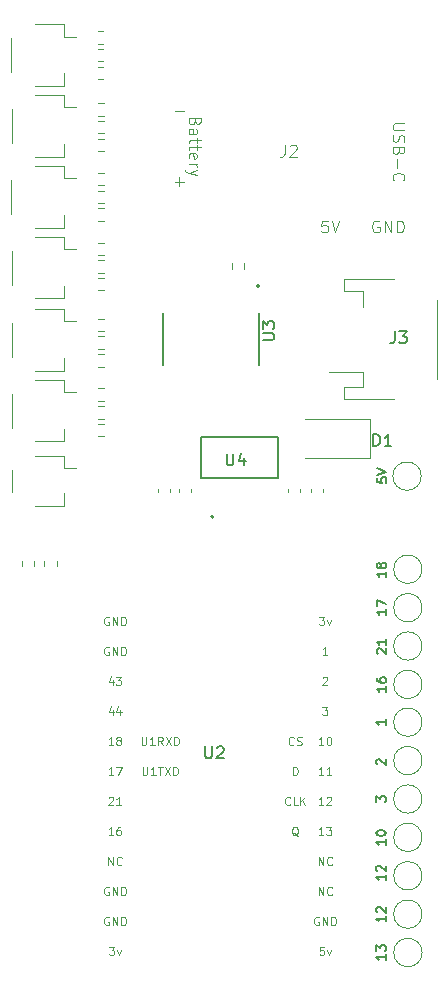
<source format=gbr>
%TF.GenerationSoftware,KiCad,Pcbnew,8.0.7*%
%TF.CreationDate,2024-12-30T07:44:03-08:00*%
%TF.ProjectId,motion-play-v3,6d6f7469-6f6e-42d7-906c-61792d76332e,rev?*%
%TF.SameCoordinates,Original*%
%TF.FileFunction,Legend,Top*%
%TF.FilePolarity,Positive*%
%FSLAX46Y46*%
G04 Gerber Fmt 4.6, Leading zero omitted, Abs format (unit mm)*
G04 Created by KiCad (PCBNEW 8.0.7) date 2024-12-30 07:44:03*
%MOMM*%
%LPD*%
G01*
G04 APERTURE LIST*
%ADD10C,0.150000*%
%ADD11C,0.100000*%
%ADD12C,0.120000*%
%ADD13C,0.127000*%
%ADD14C,0.200000*%
G04 APERTURE END LIST*
D10*
X167281363Y-140287381D02*
X167281363Y-140744524D01*
X167281363Y-140515952D02*
X166481363Y-140515952D01*
X166481363Y-140515952D02*
X166595648Y-140592143D01*
X166595648Y-140592143D02*
X166671839Y-140668333D01*
X166671839Y-140668333D02*
X166709934Y-140744524D01*
X166481363Y-140020714D02*
X166481363Y-139525476D01*
X166481363Y-139525476D02*
X166786125Y-139792142D01*
X166786125Y-139792142D02*
X166786125Y-139677857D01*
X166786125Y-139677857D02*
X166824220Y-139601666D01*
X166824220Y-139601666D02*
X166862315Y-139563571D01*
X166862315Y-139563571D02*
X166938506Y-139525476D01*
X166938506Y-139525476D02*
X167128982Y-139525476D01*
X167128982Y-139525476D02*
X167205172Y-139563571D01*
X167205172Y-139563571D02*
X167243268Y-139601666D01*
X167243268Y-139601666D02*
X167281363Y-139677857D01*
X167281363Y-139677857D02*
X167281363Y-139906428D01*
X167281363Y-139906428D02*
X167243268Y-139982619D01*
X167243268Y-139982619D02*
X167205172Y-140020714D01*
X167281363Y-120406428D02*
X167281363Y-120863571D01*
X167281363Y-120634999D02*
X166481363Y-120634999D01*
X166481363Y-120634999D02*
X166595648Y-120711190D01*
X166595648Y-120711190D02*
X166671839Y-120787380D01*
X166671839Y-120787380D02*
X166709934Y-120863571D01*
X167281363Y-137037381D02*
X167281363Y-137494524D01*
X167281363Y-137265952D02*
X166481363Y-137265952D01*
X166481363Y-137265952D02*
X166595648Y-137342143D01*
X166595648Y-137342143D02*
X166671839Y-137418333D01*
X166671839Y-137418333D02*
X166709934Y-137494524D01*
X166557553Y-136732619D02*
X166519458Y-136694523D01*
X166519458Y-136694523D02*
X166481363Y-136618333D01*
X166481363Y-136618333D02*
X166481363Y-136427857D01*
X166481363Y-136427857D02*
X166519458Y-136351666D01*
X166519458Y-136351666D02*
X166557553Y-136313571D01*
X166557553Y-136313571D02*
X166633744Y-136275476D01*
X166633744Y-136275476D02*
X166709934Y-136275476D01*
X166709934Y-136275476D02*
X166824220Y-136313571D01*
X166824220Y-136313571D02*
X167281363Y-136770714D01*
X167281363Y-136770714D02*
X167281363Y-136275476D01*
X166557553Y-124213571D02*
X166519458Y-124175475D01*
X166519458Y-124175475D02*
X166481363Y-124099285D01*
X166481363Y-124099285D02*
X166481363Y-123908809D01*
X166481363Y-123908809D02*
X166519458Y-123832618D01*
X166519458Y-123832618D02*
X166557553Y-123794523D01*
X166557553Y-123794523D02*
X166633744Y-123756428D01*
X166633744Y-123756428D02*
X166709934Y-123756428D01*
X166709934Y-123756428D02*
X166824220Y-123794523D01*
X166824220Y-123794523D02*
X167281363Y-124251666D01*
X167281363Y-124251666D02*
X167281363Y-123756428D01*
X167281363Y-133537381D02*
X167281363Y-133994524D01*
X167281363Y-133765952D02*
X166481363Y-133765952D01*
X166481363Y-133765952D02*
X166595648Y-133842143D01*
X166595648Y-133842143D02*
X166671839Y-133918333D01*
X166671839Y-133918333D02*
X166709934Y-133994524D01*
X166557553Y-133232619D02*
X166519458Y-133194523D01*
X166519458Y-133194523D02*
X166481363Y-133118333D01*
X166481363Y-133118333D02*
X166481363Y-132927857D01*
X166481363Y-132927857D02*
X166519458Y-132851666D01*
X166519458Y-132851666D02*
X166557553Y-132813571D01*
X166557553Y-132813571D02*
X166633744Y-132775476D01*
X166633744Y-132775476D02*
X166709934Y-132775476D01*
X166709934Y-132775476D02*
X166824220Y-132813571D01*
X166824220Y-132813571D02*
X167281363Y-133270714D01*
X167281363Y-133270714D02*
X167281363Y-132775476D01*
X153835595Y-97892319D02*
X153835595Y-98701842D01*
X153835595Y-98701842D02*
X153883214Y-98797080D01*
X153883214Y-98797080D02*
X153930833Y-98844700D01*
X153930833Y-98844700D02*
X154026071Y-98892319D01*
X154026071Y-98892319D02*
X154216547Y-98892319D01*
X154216547Y-98892319D02*
X154311785Y-98844700D01*
X154311785Y-98844700D02*
X154359404Y-98797080D01*
X154359404Y-98797080D02*
X154407023Y-98701842D01*
X154407023Y-98701842D02*
X154407023Y-97892319D01*
X155311785Y-98225652D02*
X155311785Y-98892319D01*
X155073690Y-97844700D02*
X154835595Y-98558985D01*
X154835595Y-98558985D02*
X155454642Y-98558985D01*
X166481363Y-127401666D02*
X166481363Y-126906428D01*
X166481363Y-126906428D02*
X166786125Y-127173094D01*
X166786125Y-127173094D02*
X166786125Y-127058809D01*
X166786125Y-127058809D02*
X166824220Y-126982618D01*
X166824220Y-126982618D02*
X166862315Y-126944523D01*
X166862315Y-126944523D02*
X166938506Y-126906428D01*
X166938506Y-126906428D02*
X167128982Y-126906428D01*
X167128982Y-126906428D02*
X167205172Y-126944523D01*
X167205172Y-126944523D02*
X167243268Y-126982618D01*
X167243268Y-126982618D02*
X167281363Y-127058809D01*
X167281363Y-127058809D02*
X167281363Y-127287380D01*
X167281363Y-127287380D02*
X167243268Y-127363571D01*
X167243268Y-127363571D02*
X167205172Y-127401666D01*
X167331363Y-107887381D02*
X167331363Y-108344524D01*
X167331363Y-108115952D02*
X166531363Y-108115952D01*
X166531363Y-108115952D02*
X166645648Y-108192143D01*
X166645648Y-108192143D02*
X166721839Y-108268333D01*
X166721839Y-108268333D02*
X166759934Y-108344524D01*
X166874220Y-107430238D02*
X166836125Y-107506428D01*
X166836125Y-107506428D02*
X166798029Y-107544523D01*
X166798029Y-107544523D02*
X166721839Y-107582619D01*
X166721839Y-107582619D02*
X166683744Y-107582619D01*
X166683744Y-107582619D02*
X166607553Y-107544523D01*
X166607553Y-107544523D02*
X166569458Y-107506428D01*
X166569458Y-107506428D02*
X166531363Y-107430238D01*
X166531363Y-107430238D02*
X166531363Y-107277857D01*
X166531363Y-107277857D02*
X166569458Y-107201666D01*
X166569458Y-107201666D02*
X166607553Y-107163571D01*
X166607553Y-107163571D02*
X166683744Y-107125476D01*
X166683744Y-107125476D02*
X166721839Y-107125476D01*
X166721839Y-107125476D02*
X166798029Y-107163571D01*
X166798029Y-107163571D02*
X166836125Y-107201666D01*
X166836125Y-107201666D02*
X166874220Y-107277857D01*
X166874220Y-107277857D02*
X166874220Y-107430238D01*
X166874220Y-107430238D02*
X166912315Y-107506428D01*
X166912315Y-107506428D02*
X166950410Y-107544523D01*
X166950410Y-107544523D02*
X167026601Y-107582619D01*
X167026601Y-107582619D02*
X167178982Y-107582619D01*
X167178982Y-107582619D02*
X167255172Y-107544523D01*
X167255172Y-107544523D02*
X167293268Y-107506428D01*
X167293268Y-107506428D02*
X167331363Y-107430238D01*
X167331363Y-107430238D02*
X167331363Y-107277857D01*
X167331363Y-107277857D02*
X167293268Y-107201666D01*
X167293268Y-107201666D02*
X167255172Y-107163571D01*
X167255172Y-107163571D02*
X167178982Y-107125476D01*
X167178982Y-107125476D02*
X167026601Y-107125476D01*
X167026601Y-107125476D02*
X166950410Y-107163571D01*
X166950410Y-107163571D02*
X166912315Y-107201666D01*
X166912315Y-107201666D02*
X166874220Y-107277857D01*
D11*
X158764166Y-71757419D02*
X158764166Y-72471704D01*
X158764166Y-72471704D02*
X158716547Y-72614561D01*
X158716547Y-72614561D02*
X158621309Y-72709800D01*
X158621309Y-72709800D02*
X158478452Y-72757419D01*
X158478452Y-72757419D02*
X158383214Y-72757419D01*
X159192738Y-71852657D02*
X159240357Y-71805038D01*
X159240357Y-71805038D02*
X159335595Y-71757419D01*
X159335595Y-71757419D02*
X159573690Y-71757419D01*
X159573690Y-71757419D02*
X159668928Y-71805038D01*
X159668928Y-71805038D02*
X159716547Y-71852657D01*
X159716547Y-71852657D02*
X159764166Y-71947895D01*
X159764166Y-71947895D02*
X159764166Y-72043133D01*
X159764166Y-72043133D02*
X159716547Y-72185990D01*
X159716547Y-72185990D02*
X159145119Y-72757419D01*
X159145119Y-72757419D02*
X159764166Y-72757419D01*
X166725193Y-78220038D02*
X166629955Y-78172419D01*
X166629955Y-78172419D02*
X166487098Y-78172419D01*
X166487098Y-78172419D02*
X166344241Y-78220038D01*
X166344241Y-78220038D02*
X166249003Y-78315276D01*
X166249003Y-78315276D02*
X166201384Y-78410514D01*
X166201384Y-78410514D02*
X166153765Y-78600990D01*
X166153765Y-78600990D02*
X166153765Y-78743847D01*
X166153765Y-78743847D02*
X166201384Y-78934323D01*
X166201384Y-78934323D02*
X166249003Y-79029561D01*
X166249003Y-79029561D02*
X166344241Y-79124800D01*
X166344241Y-79124800D02*
X166487098Y-79172419D01*
X166487098Y-79172419D02*
X166582336Y-79172419D01*
X166582336Y-79172419D02*
X166725193Y-79124800D01*
X166725193Y-79124800D02*
X166772812Y-79077180D01*
X166772812Y-79077180D02*
X166772812Y-78743847D01*
X166772812Y-78743847D02*
X166582336Y-78743847D01*
X167201384Y-79172419D02*
X167201384Y-78172419D01*
X167201384Y-78172419D02*
X167772812Y-79172419D01*
X167772812Y-79172419D02*
X167772812Y-78172419D01*
X168249003Y-79172419D02*
X168249003Y-78172419D01*
X168249003Y-78172419D02*
X168487098Y-78172419D01*
X168487098Y-78172419D02*
X168629955Y-78220038D01*
X168629955Y-78220038D02*
X168725193Y-78315276D01*
X168725193Y-78315276D02*
X168772812Y-78410514D01*
X168772812Y-78410514D02*
X168820431Y-78600990D01*
X168820431Y-78600990D02*
X168820431Y-78743847D01*
X168820431Y-78743847D02*
X168772812Y-78934323D01*
X168772812Y-78934323D02*
X168725193Y-79029561D01*
X168725193Y-79029561D02*
X168629955Y-79124800D01*
X168629955Y-79124800D02*
X168487098Y-79172419D01*
X168487098Y-79172419D02*
X168249003Y-79172419D01*
X162377574Y-78172419D02*
X161901384Y-78172419D01*
X161901384Y-78172419D02*
X161853765Y-78648609D01*
X161853765Y-78648609D02*
X161901384Y-78600990D01*
X161901384Y-78600990D02*
X161996622Y-78553371D01*
X161996622Y-78553371D02*
X162234717Y-78553371D01*
X162234717Y-78553371D02*
X162329955Y-78600990D01*
X162329955Y-78600990D02*
X162377574Y-78648609D01*
X162377574Y-78648609D02*
X162425193Y-78743847D01*
X162425193Y-78743847D02*
X162425193Y-78981942D01*
X162425193Y-78981942D02*
X162377574Y-79077180D01*
X162377574Y-79077180D02*
X162329955Y-79124800D01*
X162329955Y-79124800D02*
X162234717Y-79172419D01*
X162234717Y-79172419D02*
X161996622Y-79172419D01*
X161996622Y-79172419D02*
X161901384Y-79124800D01*
X161901384Y-79124800D02*
X161853765Y-79077180D01*
X162710908Y-78172419D02*
X163044241Y-79172419D01*
X163044241Y-79172419D02*
X163377574Y-78172419D01*
X150193615Y-68896033D02*
X149431711Y-68896033D01*
X151148890Y-69774717D02*
X151101271Y-69917574D01*
X151101271Y-69917574D02*
X151053652Y-69965193D01*
X151053652Y-69965193D02*
X150958414Y-70012812D01*
X150958414Y-70012812D02*
X150815557Y-70012812D01*
X150815557Y-70012812D02*
X150720319Y-69965193D01*
X150720319Y-69965193D02*
X150672700Y-69917574D01*
X150672700Y-69917574D02*
X150625080Y-69822336D01*
X150625080Y-69822336D02*
X150625080Y-69441384D01*
X150625080Y-69441384D02*
X151625080Y-69441384D01*
X151625080Y-69441384D02*
X151625080Y-69774717D01*
X151625080Y-69774717D02*
X151577461Y-69869955D01*
X151577461Y-69869955D02*
X151529842Y-69917574D01*
X151529842Y-69917574D02*
X151434604Y-69965193D01*
X151434604Y-69965193D02*
X151339366Y-69965193D01*
X151339366Y-69965193D02*
X151244128Y-69917574D01*
X151244128Y-69917574D02*
X151196509Y-69869955D01*
X151196509Y-69869955D02*
X151148890Y-69774717D01*
X151148890Y-69774717D02*
X151148890Y-69441384D01*
X150625080Y-70869955D02*
X151148890Y-70869955D01*
X151148890Y-70869955D02*
X151244128Y-70822336D01*
X151244128Y-70822336D02*
X151291747Y-70727098D01*
X151291747Y-70727098D02*
X151291747Y-70536622D01*
X151291747Y-70536622D02*
X151244128Y-70441384D01*
X150672700Y-70869955D02*
X150625080Y-70774717D01*
X150625080Y-70774717D02*
X150625080Y-70536622D01*
X150625080Y-70536622D02*
X150672700Y-70441384D01*
X150672700Y-70441384D02*
X150767938Y-70393765D01*
X150767938Y-70393765D02*
X150863176Y-70393765D01*
X150863176Y-70393765D02*
X150958414Y-70441384D01*
X150958414Y-70441384D02*
X151006033Y-70536622D01*
X151006033Y-70536622D02*
X151006033Y-70774717D01*
X151006033Y-70774717D02*
X151053652Y-70869955D01*
X151291747Y-71203289D02*
X151291747Y-71584241D01*
X151625080Y-71346146D02*
X150767938Y-71346146D01*
X150767938Y-71346146D02*
X150672700Y-71393765D01*
X150672700Y-71393765D02*
X150625080Y-71489003D01*
X150625080Y-71489003D02*
X150625080Y-71584241D01*
X151291747Y-71774718D02*
X151291747Y-72155670D01*
X151625080Y-71917575D02*
X150767938Y-71917575D01*
X150767938Y-71917575D02*
X150672700Y-71965194D01*
X150672700Y-71965194D02*
X150625080Y-72060432D01*
X150625080Y-72060432D02*
X150625080Y-72155670D01*
X150672700Y-72869956D02*
X150625080Y-72774718D01*
X150625080Y-72774718D02*
X150625080Y-72584242D01*
X150625080Y-72584242D02*
X150672700Y-72489004D01*
X150672700Y-72489004D02*
X150767938Y-72441385D01*
X150767938Y-72441385D02*
X151148890Y-72441385D01*
X151148890Y-72441385D02*
X151244128Y-72489004D01*
X151244128Y-72489004D02*
X151291747Y-72584242D01*
X151291747Y-72584242D02*
X151291747Y-72774718D01*
X151291747Y-72774718D02*
X151244128Y-72869956D01*
X151244128Y-72869956D02*
X151148890Y-72917575D01*
X151148890Y-72917575D02*
X151053652Y-72917575D01*
X151053652Y-72917575D02*
X150958414Y-72441385D01*
X150625080Y-73346147D02*
X151291747Y-73346147D01*
X151101271Y-73346147D02*
X151196509Y-73393766D01*
X151196509Y-73393766D02*
X151244128Y-73441385D01*
X151244128Y-73441385D02*
X151291747Y-73536623D01*
X151291747Y-73536623D02*
X151291747Y-73631861D01*
X151291747Y-73869957D02*
X150625080Y-74108052D01*
X151291747Y-74346147D02*
X150625080Y-74108052D01*
X150625080Y-74108052D02*
X150386985Y-74012814D01*
X150386985Y-74012814D02*
X150339366Y-73965195D01*
X150339366Y-73965195D02*
X150291747Y-73869957D01*
X168875080Y-69941384D02*
X168065557Y-69941384D01*
X168065557Y-69941384D02*
X167970319Y-69989003D01*
X167970319Y-69989003D02*
X167922700Y-70036622D01*
X167922700Y-70036622D02*
X167875080Y-70131860D01*
X167875080Y-70131860D02*
X167875080Y-70322336D01*
X167875080Y-70322336D02*
X167922700Y-70417574D01*
X167922700Y-70417574D02*
X167970319Y-70465193D01*
X167970319Y-70465193D02*
X168065557Y-70512812D01*
X168065557Y-70512812D02*
X168875080Y-70512812D01*
X167922700Y-70941384D02*
X167875080Y-71084241D01*
X167875080Y-71084241D02*
X167875080Y-71322336D01*
X167875080Y-71322336D02*
X167922700Y-71417574D01*
X167922700Y-71417574D02*
X167970319Y-71465193D01*
X167970319Y-71465193D02*
X168065557Y-71512812D01*
X168065557Y-71512812D02*
X168160795Y-71512812D01*
X168160795Y-71512812D02*
X168256033Y-71465193D01*
X168256033Y-71465193D02*
X168303652Y-71417574D01*
X168303652Y-71417574D02*
X168351271Y-71322336D01*
X168351271Y-71322336D02*
X168398890Y-71131860D01*
X168398890Y-71131860D02*
X168446509Y-71036622D01*
X168446509Y-71036622D02*
X168494128Y-70989003D01*
X168494128Y-70989003D02*
X168589366Y-70941384D01*
X168589366Y-70941384D02*
X168684604Y-70941384D01*
X168684604Y-70941384D02*
X168779842Y-70989003D01*
X168779842Y-70989003D02*
X168827461Y-71036622D01*
X168827461Y-71036622D02*
X168875080Y-71131860D01*
X168875080Y-71131860D02*
X168875080Y-71369955D01*
X168875080Y-71369955D02*
X168827461Y-71512812D01*
X168398890Y-72274717D02*
X168351271Y-72417574D01*
X168351271Y-72417574D02*
X168303652Y-72465193D01*
X168303652Y-72465193D02*
X168208414Y-72512812D01*
X168208414Y-72512812D02*
X168065557Y-72512812D01*
X168065557Y-72512812D02*
X167970319Y-72465193D01*
X167970319Y-72465193D02*
X167922700Y-72417574D01*
X167922700Y-72417574D02*
X167875080Y-72322336D01*
X167875080Y-72322336D02*
X167875080Y-71941384D01*
X167875080Y-71941384D02*
X168875080Y-71941384D01*
X168875080Y-71941384D02*
X168875080Y-72274717D01*
X168875080Y-72274717D02*
X168827461Y-72369955D01*
X168827461Y-72369955D02*
X168779842Y-72417574D01*
X168779842Y-72417574D02*
X168684604Y-72465193D01*
X168684604Y-72465193D02*
X168589366Y-72465193D01*
X168589366Y-72465193D02*
X168494128Y-72417574D01*
X168494128Y-72417574D02*
X168446509Y-72369955D01*
X168446509Y-72369955D02*
X168398890Y-72274717D01*
X168398890Y-72274717D02*
X168398890Y-71941384D01*
X168256033Y-72941384D02*
X168256033Y-73703289D01*
X167970319Y-74750907D02*
X167922700Y-74703288D01*
X167922700Y-74703288D02*
X167875080Y-74560431D01*
X167875080Y-74560431D02*
X167875080Y-74465193D01*
X167875080Y-74465193D02*
X167922700Y-74322336D01*
X167922700Y-74322336D02*
X168017938Y-74227098D01*
X168017938Y-74227098D02*
X168113176Y-74179479D01*
X168113176Y-74179479D02*
X168303652Y-74131860D01*
X168303652Y-74131860D02*
X168446509Y-74131860D01*
X168446509Y-74131860D02*
X168636985Y-74179479D01*
X168636985Y-74179479D02*
X168732223Y-74227098D01*
X168732223Y-74227098D02*
X168827461Y-74322336D01*
X168827461Y-74322336D02*
X168875080Y-74465193D01*
X168875080Y-74465193D02*
X168875080Y-74560431D01*
X168875080Y-74560431D02*
X168827461Y-74703288D01*
X168827461Y-74703288D02*
X168779842Y-74750907D01*
X150193615Y-74896033D02*
X149431711Y-74896033D01*
X149812663Y-74515080D02*
X149812663Y-75276985D01*
D10*
X167331363Y-111087381D02*
X167331363Y-111544524D01*
X167331363Y-111315952D02*
X166531363Y-111315952D01*
X166531363Y-111315952D02*
X166645648Y-111392143D01*
X166645648Y-111392143D02*
X166721839Y-111468333D01*
X166721839Y-111468333D02*
X166759934Y-111544524D01*
X166531363Y-110820714D02*
X166531363Y-110287380D01*
X166531363Y-110287380D02*
X167331363Y-110630238D01*
X166562295Y-99952380D02*
X166562295Y-100333332D01*
X166562295Y-100333332D02*
X166943247Y-100371428D01*
X166943247Y-100371428D02*
X166905152Y-100333332D01*
X166905152Y-100333332D02*
X166867057Y-100257142D01*
X166867057Y-100257142D02*
X166867057Y-100066666D01*
X166867057Y-100066666D02*
X166905152Y-99990475D01*
X166905152Y-99990475D02*
X166943247Y-99952380D01*
X166943247Y-99952380D02*
X167019438Y-99914285D01*
X167019438Y-99914285D02*
X167209914Y-99914285D01*
X167209914Y-99914285D02*
X167286104Y-99952380D01*
X167286104Y-99952380D02*
X167324200Y-99990475D01*
X167324200Y-99990475D02*
X167362295Y-100066666D01*
X167362295Y-100066666D02*
X167362295Y-100257142D01*
X167362295Y-100257142D02*
X167324200Y-100333332D01*
X167324200Y-100333332D02*
X167286104Y-100371428D01*
X166562295Y-99685713D02*
X167362295Y-99419046D01*
X167362295Y-99419046D02*
X166562295Y-99152380D01*
X167331363Y-117587381D02*
X167331363Y-118044524D01*
X167331363Y-117815952D02*
X166531363Y-117815952D01*
X166531363Y-117815952D02*
X166645648Y-117892143D01*
X166645648Y-117892143D02*
X166721839Y-117968333D01*
X166721839Y-117968333D02*
X166759934Y-118044524D01*
X166531363Y-116901666D02*
X166531363Y-117054047D01*
X166531363Y-117054047D02*
X166569458Y-117130238D01*
X166569458Y-117130238D02*
X166607553Y-117168333D01*
X166607553Y-117168333D02*
X166721839Y-117244523D01*
X166721839Y-117244523D02*
X166874220Y-117282619D01*
X166874220Y-117282619D02*
X167178982Y-117282619D01*
X167178982Y-117282619D02*
X167255172Y-117244523D01*
X167255172Y-117244523D02*
X167293268Y-117206428D01*
X167293268Y-117206428D02*
X167331363Y-117130238D01*
X167331363Y-117130238D02*
X167331363Y-116977857D01*
X167331363Y-116977857D02*
X167293268Y-116901666D01*
X167293268Y-116901666D02*
X167255172Y-116863571D01*
X167255172Y-116863571D02*
X167178982Y-116825476D01*
X167178982Y-116825476D02*
X166988506Y-116825476D01*
X166988506Y-116825476D02*
X166912315Y-116863571D01*
X166912315Y-116863571D02*
X166874220Y-116901666D01*
X166874220Y-116901666D02*
X166836125Y-116977857D01*
X166836125Y-116977857D02*
X166836125Y-117130238D01*
X166836125Y-117130238D02*
X166874220Y-117206428D01*
X166874220Y-117206428D02*
X166912315Y-117244523D01*
X166912315Y-117244523D02*
X166988506Y-117282619D01*
X166607553Y-114844524D02*
X166569458Y-114806428D01*
X166569458Y-114806428D02*
X166531363Y-114730238D01*
X166531363Y-114730238D02*
X166531363Y-114539762D01*
X166531363Y-114539762D02*
X166569458Y-114463571D01*
X166569458Y-114463571D02*
X166607553Y-114425476D01*
X166607553Y-114425476D02*
X166683744Y-114387381D01*
X166683744Y-114387381D02*
X166759934Y-114387381D01*
X166759934Y-114387381D02*
X166874220Y-114425476D01*
X166874220Y-114425476D02*
X167331363Y-114882619D01*
X167331363Y-114882619D02*
X167331363Y-114387381D01*
X167331363Y-113625476D02*
X167331363Y-114082619D01*
X167331363Y-113854047D02*
X166531363Y-113854047D01*
X166531363Y-113854047D02*
X166645648Y-113930238D01*
X166645648Y-113930238D02*
X166721839Y-114006428D01*
X166721839Y-114006428D02*
X166759934Y-114082619D01*
X156866819Y-88271904D02*
X157676342Y-88271904D01*
X157676342Y-88271904D02*
X157771580Y-88224285D01*
X157771580Y-88224285D02*
X157819200Y-88176666D01*
X157819200Y-88176666D02*
X157866819Y-88081428D01*
X157866819Y-88081428D02*
X157866819Y-87890952D01*
X157866819Y-87890952D02*
X157819200Y-87795714D01*
X157819200Y-87795714D02*
X157771580Y-87748095D01*
X157771580Y-87748095D02*
X157676342Y-87700476D01*
X157676342Y-87700476D02*
X156866819Y-87700476D01*
X156866819Y-87319523D02*
X156866819Y-86700476D01*
X156866819Y-86700476D02*
X157247771Y-87033809D01*
X157247771Y-87033809D02*
X157247771Y-86890952D01*
X157247771Y-86890952D02*
X157295390Y-86795714D01*
X157295390Y-86795714D02*
X157343009Y-86748095D01*
X157343009Y-86748095D02*
X157438247Y-86700476D01*
X157438247Y-86700476D02*
X157676342Y-86700476D01*
X157676342Y-86700476D02*
X157771580Y-86748095D01*
X157771580Y-86748095D02*
X157819200Y-86795714D01*
X157819200Y-86795714D02*
X157866819Y-86890952D01*
X157866819Y-86890952D02*
X157866819Y-87176666D01*
X157866819Y-87176666D02*
X157819200Y-87271904D01*
X157819200Y-87271904D02*
X157771580Y-87319523D01*
X166259405Y-97254819D02*
X166259405Y-96254819D01*
X166259405Y-96254819D02*
X166497500Y-96254819D01*
X166497500Y-96254819D02*
X166640357Y-96302438D01*
X166640357Y-96302438D02*
X166735595Y-96397676D01*
X166735595Y-96397676D02*
X166783214Y-96492914D01*
X166783214Y-96492914D02*
X166830833Y-96683390D01*
X166830833Y-96683390D02*
X166830833Y-96826247D01*
X166830833Y-96826247D02*
X166783214Y-97016723D01*
X166783214Y-97016723D02*
X166735595Y-97111961D01*
X166735595Y-97111961D02*
X166640357Y-97207200D01*
X166640357Y-97207200D02*
X166497500Y-97254819D01*
X166497500Y-97254819D02*
X166259405Y-97254819D01*
X167783214Y-97254819D02*
X167211786Y-97254819D01*
X167497500Y-97254819D02*
X167497500Y-96254819D01*
X167497500Y-96254819D02*
X167402262Y-96397676D01*
X167402262Y-96397676D02*
X167307024Y-96492914D01*
X167307024Y-96492914D02*
X167211786Y-96540533D01*
X152007163Y-122689819D02*
X152007163Y-123499342D01*
X152007163Y-123499342D02*
X152054782Y-123594580D01*
X152054782Y-123594580D02*
X152102401Y-123642200D01*
X152102401Y-123642200D02*
X152197639Y-123689819D01*
X152197639Y-123689819D02*
X152388115Y-123689819D01*
X152388115Y-123689819D02*
X152483353Y-123642200D01*
X152483353Y-123642200D02*
X152530972Y-123594580D01*
X152530972Y-123594580D02*
X152578591Y-123499342D01*
X152578591Y-123499342D02*
X152578591Y-122689819D01*
X153007163Y-122785057D02*
X153054782Y-122737438D01*
X153054782Y-122737438D02*
X153150020Y-122689819D01*
X153150020Y-122689819D02*
X153388115Y-122689819D01*
X153388115Y-122689819D02*
X153483353Y-122737438D01*
X153483353Y-122737438D02*
X153530972Y-122785057D01*
X153530972Y-122785057D02*
X153578591Y-122880295D01*
X153578591Y-122880295D02*
X153578591Y-122975533D01*
X153578591Y-122975533D02*
X153530972Y-123118390D01*
X153530972Y-123118390D02*
X152959544Y-123689819D01*
X152959544Y-123689819D02*
X153578591Y-123689819D01*
D11*
X143846667Y-137151966D02*
X143780000Y-137118633D01*
X143780000Y-137118633D02*
X143680000Y-137118633D01*
X143680000Y-137118633D02*
X143580000Y-137151966D01*
X143580000Y-137151966D02*
X143513334Y-137218633D01*
X143513334Y-137218633D02*
X143480000Y-137285300D01*
X143480000Y-137285300D02*
X143446667Y-137418633D01*
X143446667Y-137418633D02*
X143446667Y-137518633D01*
X143446667Y-137518633D02*
X143480000Y-137651966D01*
X143480000Y-137651966D02*
X143513334Y-137718633D01*
X143513334Y-137718633D02*
X143580000Y-137785300D01*
X143580000Y-137785300D02*
X143680000Y-137818633D01*
X143680000Y-137818633D02*
X143746667Y-137818633D01*
X143746667Y-137818633D02*
X143846667Y-137785300D01*
X143846667Y-137785300D02*
X143880000Y-137751966D01*
X143880000Y-137751966D02*
X143880000Y-137518633D01*
X143880000Y-137518633D02*
X143746667Y-137518633D01*
X144180000Y-137818633D02*
X144180000Y-137118633D01*
X144180000Y-137118633D02*
X144580000Y-137818633D01*
X144580000Y-137818633D02*
X144580000Y-137118633D01*
X144913333Y-137818633D02*
X144913333Y-137118633D01*
X144913333Y-137118633D02*
X145080000Y-137118633D01*
X145080000Y-137118633D02*
X145180000Y-137151966D01*
X145180000Y-137151966D02*
X145246667Y-137218633D01*
X145246667Y-137218633D02*
X145280000Y-137285300D01*
X145280000Y-137285300D02*
X145313333Y-137418633D01*
X145313333Y-137418633D02*
X145313333Y-137518633D01*
X145313333Y-137518633D02*
X145280000Y-137651966D01*
X145280000Y-137651966D02*
X145246667Y-137718633D01*
X145246667Y-137718633D02*
X145180000Y-137785300D01*
X145180000Y-137785300D02*
X145080000Y-137818633D01*
X145080000Y-137818633D02*
X144913333Y-137818633D01*
X162060000Y-139658633D02*
X161726666Y-139658633D01*
X161726666Y-139658633D02*
X161693333Y-139991966D01*
X161693333Y-139991966D02*
X161726666Y-139958633D01*
X161726666Y-139958633D02*
X161793333Y-139925300D01*
X161793333Y-139925300D02*
X161960000Y-139925300D01*
X161960000Y-139925300D02*
X162026666Y-139958633D01*
X162026666Y-139958633D02*
X162060000Y-139991966D01*
X162060000Y-139991966D02*
X162093333Y-140058633D01*
X162093333Y-140058633D02*
X162093333Y-140225300D01*
X162093333Y-140225300D02*
X162060000Y-140291966D01*
X162060000Y-140291966D02*
X162026666Y-140325300D01*
X162026666Y-140325300D02*
X161960000Y-140358633D01*
X161960000Y-140358633D02*
X161793333Y-140358633D01*
X161793333Y-140358633D02*
X161726666Y-140325300D01*
X161726666Y-140325300D02*
X161693333Y-140291966D01*
X162326667Y-139891966D02*
X162493333Y-140358633D01*
X162493333Y-140358633D02*
X162660000Y-139891966D01*
X162026666Y-125118633D02*
X161626666Y-125118633D01*
X161826666Y-125118633D02*
X161826666Y-124418633D01*
X161826666Y-124418633D02*
X161759999Y-124518633D01*
X161759999Y-124518633D02*
X161693333Y-124585300D01*
X161693333Y-124585300D02*
X161626666Y-124618633D01*
X162693333Y-125118633D02*
X162293333Y-125118633D01*
X162493333Y-125118633D02*
X162493333Y-124418633D01*
X162493333Y-124418633D02*
X162426666Y-124518633D01*
X162426666Y-124518633D02*
X162360000Y-124585300D01*
X162360000Y-124585300D02*
X162293333Y-124618633D01*
X143846667Y-111751966D02*
X143780000Y-111718633D01*
X143780000Y-111718633D02*
X143680000Y-111718633D01*
X143680000Y-111718633D02*
X143580000Y-111751966D01*
X143580000Y-111751966D02*
X143513334Y-111818633D01*
X143513334Y-111818633D02*
X143480000Y-111885300D01*
X143480000Y-111885300D02*
X143446667Y-112018633D01*
X143446667Y-112018633D02*
X143446667Y-112118633D01*
X143446667Y-112118633D02*
X143480000Y-112251966D01*
X143480000Y-112251966D02*
X143513334Y-112318633D01*
X143513334Y-112318633D02*
X143580000Y-112385300D01*
X143580000Y-112385300D02*
X143680000Y-112418633D01*
X143680000Y-112418633D02*
X143746667Y-112418633D01*
X143746667Y-112418633D02*
X143846667Y-112385300D01*
X143846667Y-112385300D02*
X143880000Y-112351966D01*
X143880000Y-112351966D02*
X143880000Y-112118633D01*
X143880000Y-112118633D02*
X143746667Y-112118633D01*
X144180000Y-112418633D02*
X144180000Y-111718633D01*
X144180000Y-111718633D02*
X144580000Y-112418633D01*
X144580000Y-112418633D02*
X144580000Y-111718633D01*
X144913333Y-112418633D02*
X144913333Y-111718633D01*
X144913333Y-111718633D02*
X145080000Y-111718633D01*
X145080000Y-111718633D02*
X145180000Y-111751966D01*
X145180000Y-111751966D02*
X145246667Y-111818633D01*
X145246667Y-111818633D02*
X145280000Y-111885300D01*
X145280000Y-111885300D02*
X145313333Y-112018633D01*
X145313333Y-112018633D02*
X145313333Y-112118633D01*
X145313333Y-112118633D02*
X145280000Y-112251966D01*
X145280000Y-112251966D02*
X145246667Y-112318633D01*
X145246667Y-112318633D02*
X145180000Y-112385300D01*
X145180000Y-112385300D02*
X145080000Y-112418633D01*
X145080000Y-112418633D02*
X144913333Y-112418633D01*
X146623333Y-121878633D02*
X146623333Y-122445300D01*
X146623333Y-122445300D02*
X146656667Y-122511966D01*
X146656667Y-122511966D02*
X146690000Y-122545300D01*
X146690000Y-122545300D02*
X146756667Y-122578633D01*
X146756667Y-122578633D02*
X146890000Y-122578633D01*
X146890000Y-122578633D02*
X146956667Y-122545300D01*
X146956667Y-122545300D02*
X146990000Y-122511966D01*
X146990000Y-122511966D02*
X147023333Y-122445300D01*
X147023333Y-122445300D02*
X147023333Y-121878633D01*
X147723333Y-122578633D02*
X147323333Y-122578633D01*
X147523333Y-122578633D02*
X147523333Y-121878633D01*
X147523333Y-121878633D02*
X147456666Y-121978633D01*
X147456666Y-121978633D02*
X147390000Y-122045300D01*
X147390000Y-122045300D02*
X147323333Y-122078633D01*
X148423333Y-122578633D02*
X148190000Y-122245300D01*
X148023333Y-122578633D02*
X148023333Y-121878633D01*
X148023333Y-121878633D02*
X148290000Y-121878633D01*
X148290000Y-121878633D02*
X148356667Y-121911966D01*
X148356667Y-121911966D02*
X148390000Y-121945300D01*
X148390000Y-121945300D02*
X148423333Y-122011966D01*
X148423333Y-122011966D02*
X148423333Y-122111966D01*
X148423333Y-122111966D02*
X148390000Y-122178633D01*
X148390000Y-122178633D02*
X148356667Y-122211966D01*
X148356667Y-122211966D02*
X148290000Y-122245300D01*
X148290000Y-122245300D02*
X148023333Y-122245300D01*
X148656667Y-121878633D02*
X149123333Y-122578633D01*
X149123333Y-121878633D02*
X148656667Y-122578633D01*
X149390000Y-122578633D02*
X149390000Y-121878633D01*
X149390000Y-121878633D02*
X149556667Y-121878633D01*
X149556667Y-121878633D02*
X149656667Y-121911966D01*
X149656667Y-121911966D02*
X149723334Y-121978633D01*
X149723334Y-121978633D02*
X149756667Y-122045300D01*
X149756667Y-122045300D02*
X149790000Y-122178633D01*
X149790000Y-122178633D02*
X149790000Y-122278633D01*
X149790000Y-122278633D02*
X149756667Y-122411966D01*
X149756667Y-122411966D02*
X149723334Y-122478633D01*
X149723334Y-122478633D02*
X149656667Y-122545300D01*
X149656667Y-122545300D02*
X149556667Y-122578633D01*
X149556667Y-122578633D02*
X149390000Y-122578633D01*
X144232284Y-130198633D02*
X143832284Y-130198633D01*
X144032284Y-130198633D02*
X144032284Y-129498633D01*
X144032284Y-129498633D02*
X143965617Y-129598633D01*
X143965617Y-129598633D02*
X143898951Y-129665300D01*
X143898951Y-129665300D02*
X143832284Y-129698633D01*
X144832284Y-129498633D02*
X144698951Y-129498633D01*
X144698951Y-129498633D02*
X144632284Y-129531966D01*
X144632284Y-129531966D02*
X144598951Y-129565300D01*
X144598951Y-129565300D02*
X144532284Y-129665300D01*
X144532284Y-129665300D02*
X144498951Y-129798633D01*
X144498951Y-129798633D02*
X144498951Y-130065300D01*
X144498951Y-130065300D02*
X144532284Y-130131966D01*
X144532284Y-130131966D02*
X144565618Y-130165300D01*
X144565618Y-130165300D02*
X144632284Y-130198633D01*
X144632284Y-130198633D02*
X144765618Y-130198633D01*
X144765618Y-130198633D02*
X144832284Y-130165300D01*
X144832284Y-130165300D02*
X144865618Y-130131966D01*
X144865618Y-130131966D02*
X144898951Y-130065300D01*
X144898951Y-130065300D02*
X144898951Y-129898633D01*
X144898951Y-129898633D02*
X144865618Y-129831966D01*
X144865618Y-129831966D02*
X144832284Y-129798633D01*
X144832284Y-129798633D02*
X144765618Y-129765300D01*
X144765618Y-129765300D02*
X144632284Y-129765300D01*
X144632284Y-129765300D02*
X144565618Y-129798633D01*
X144565618Y-129798633D02*
X144532284Y-129831966D01*
X144532284Y-129831966D02*
X144498951Y-129898633D01*
X161626667Y-137151966D02*
X161560000Y-137118633D01*
X161560000Y-137118633D02*
X161460000Y-137118633D01*
X161460000Y-137118633D02*
X161360000Y-137151966D01*
X161360000Y-137151966D02*
X161293334Y-137218633D01*
X161293334Y-137218633D02*
X161260000Y-137285300D01*
X161260000Y-137285300D02*
X161226667Y-137418633D01*
X161226667Y-137418633D02*
X161226667Y-137518633D01*
X161226667Y-137518633D02*
X161260000Y-137651966D01*
X161260000Y-137651966D02*
X161293334Y-137718633D01*
X161293334Y-137718633D02*
X161360000Y-137785300D01*
X161360000Y-137785300D02*
X161460000Y-137818633D01*
X161460000Y-137818633D02*
X161526667Y-137818633D01*
X161526667Y-137818633D02*
X161626667Y-137785300D01*
X161626667Y-137785300D02*
X161660000Y-137751966D01*
X161660000Y-137751966D02*
X161660000Y-137518633D01*
X161660000Y-137518633D02*
X161526667Y-137518633D01*
X161960000Y-137818633D02*
X161960000Y-137118633D01*
X161960000Y-137118633D02*
X162360000Y-137818633D01*
X162360000Y-137818633D02*
X162360000Y-137118633D01*
X162693333Y-137818633D02*
X162693333Y-137118633D01*
X162693333Y-137118633D02*
X162860000Y-137118633D01*
X162860000Y-137118633D02*
X162960000Y-137151966D01*
X162960000Y-137151966D02*
X163026667Y-137218633D01*
X163026667Y-137218633D02*
X163060000Y-137285300D01*
X163060000Y-137285300D02*
X163093333Y-137418633D01*
X163093333Y-137418633D02*
X163093333Y-137518633D01*
X163093333Y-137518633D02*
X163060000Y-137651966D01*
X163060000Y-137651966D02*
X163026667Y-137718633D01*
X163026667Y-137718633D02*
X162960000Y-137785300D01*
X162960000Y-137785300D02*
X162860000Y-137818633D01*
X162860000Y-137818633D02*
X162693333Y-137818633D01*
X144165617Y-119571966D02*
X144165617Y-120038633D01*
X143998951Y-119305300D02*
X143832284Y-119805300D01*
X143832284Y-119805300D02*
X144265617Y-119805300D01*
X144832284Y-119571966D02*
X144832284Y-120038633D01*
X144665618Y-119305300D02*
X144498951Y-119805300D01*
X144498951Y-119805300D02*
X144932284Y-119805300D01*
X161610000Y-135278633D02*
X161610000Y-134578633D01*
X161610000Y-134578633D02*
X162010000Y-135278633D01*
X162010000Y-135278633D02*
X162010000Y-134578633D01*
X162743333Y-135211966D02*
X162710000Y-135245300D01*
X162710000Y-135245300D02*
X162610000Y-135278633D01*
X162610000Y-135278633D02*
X162543333Y-135278633D01*
X162543333Y-135278633D02*
X162443333Y-135245300D01*
X162443333Y-135245300D02*
X162376667Y-135178633D01*
X162376667Y-135178633D02*
X162343333Y-135111966D01*
X162343333Y-135111966D02*
X162310000Y-134978633D01*
X162310000Y-134978633D02*
X162310000Y-134878633D01*
X162310000Y-134878633D02*
X162343333Y-134745300D01*
X162343333Y-134745300D02*
X162376667Y-134678633D01*
X162376667Y-134678633D02*
X162443333Y-134611966D01*
X162443333Y-134611966D02*
X162543333Y-134578633D01*
X162543333Y-134578633D02*
X162610000Y-134578633D01*
X162610000Y-134578633D02*
X162710000Y-134611966D01*
X162710000Y-134611966D02*
X162743333Y-134645300D01*
X162026666Y-122578633D02*
X161626666Y-122578633D01*
X161826666Y-122578633D02*
X161826666Y-121878633D01*
X161826666Y-121878633D02*
X161759999Y-121978633D01*
X161759999Y-121978633D02*
X161693333Y-122045300D01*
X161693333Y-122045300D02*
X161626666Y-122078633D01*
X162460000Y-121878633D02*
X162526666Y-121878633D01*
X162526666Y-121878633D02*
X162593333Y-121911966D01*
X162593333Y-121911966D02*
X162626666Y-121945300D01*
X162626666Y-121945300D02*
X162660000Y-122011966D01*
X162660000Y-122011966D02*
X162693333Y-122145300D01*
X162693333Y-122145300D02*
X162693333Y-122311966D01*
X162693333Y-122311966D02*
X162660000Y-122445300D01*
X162660000Y-122445300D02*
X162626666Y-122511966D01*
X162626666Y-122511966D02*
X162593333Y-122545300D01*
X162593333Y-122545300D02*
X162526666Y-122578633D01*
X162526666Y-122578633D02*
X162460000Y-122578633D01*
X162460000Y-122578633D02*
X162393333Y-122545300D01*
X162393333Y-122545300D02*
X162360000Y-122511966D01*
X162360000Y-122511966D02*
X162326666Y-122445300D01*
X162326666Y-122445300D02*
X162293333Y-122311966D01*
X162293333Y-122311966D02*
X162293333Y-122145300D01*
X162293333Y-122145300D02*
X162326666Y-122011966D01*
X162326666Y-122011966D02*
X162360000Y-121945300D01*
X162360000Y-121945300D02*
X162393333Y-121911966D01*
X162393333Y-121911966D02*
X162460000Y-121878633D01*
X159503333Y-122511966D02*
X159470000Y-122545300D01*
X159470000Y-122545300D02*
X159370000Y-122578633D01*
X159370000Y-122578633D02*
X159303333Y-122578633D01*
X159303333Y-122578633D02*
X159203333Y-122545300D01*
X159203333Y-122545300D02*
X159136667Y-122478633D01*
X159136667Y-122478633D02*
X159103333Y-122411966D01*
X159103333Y-122411966D02*
X159070000Y-122278633D01*
X159070000Y-122278633D02*
X159070000Y-122178633D01*
X159070000Y-122178633D02*
X159103333Y-122045300D01*
X159103333Y-122045300D02*
X159136667Y-121978633D01*
X159136667Y-121978633D02*
X159203333Y-121911966D01*
X159203333Y-121911966D02*
X159303333Y-121878633D01*
X159303333Y-121878633D02*
X159370000Y-121878633D01*
X159370000Y-121878633D02*
X159470000Y-121911966D01*
X159470000Y-121911966D02*
X159503333Y-121945300D01*
X159770000Y-122545300D02*
X159870000Y-122578633D01*
X159870000Y-122578633D02*
X160036667Y-122578633D01*
X160036667Y-122578633D02*
X160103333Y-122545300D01*
X160103333Y-122545300D02*
X160136667Y-122511966D01*
X160136667Y-122511966D02*
X160170000Y-122445300D01*
X160170000Y-122445300D02*
X160170000Y-122378633D01*
X160170000Y-122378633D02*
X160136667Y-122311966D01*
X160136667Y-122311966D02*
X160103333Y-122278633D01*
X160103333Y-122278633D02*
X160036667Y-122245300D01*
X160036667Y-122245300D02*
X159903333Y-122211966D01*
X159903333Y-122211966D02*
X159836667Y-122178633D01*
X159836667Y-122178633D02*
X159803333Y-122145300D01*
X159803333Y-122145300D02*
X159770000Y-122078633D01*
X159770000Y-122078633D02*
X159770000Y-122011966D01*
X159770000Y-122011966D02*
X159803333Y-121945300D01*
X159803333Y-121945300D02*
X159836667Y-121911966D01*
X159836667Y-121911966D02*
X159903333Y-121878633D01*
X159903333Y-121878633D02*
X160070000Y-121878633D01*
X160070000Y-121878633D02*
X160170000Y-121911966D01*
X161660000Y-111718633D02*
X162093333Y-111718633D01*
X162093333Y-111718633D02*
X161860000Y-111985300D01*
X161860000Y-111985300D02*
X161960000Y-111985300D01*
X161960000Y-111985300D02*
X162026666Y-112018633D01*
X162026666Y-112018633D02*
X162060000Y-112051966D01*
X162060000Y-112051966D02*
X162093333Y-112118633D01*
X162093333Y-112118633D02*
X162093333Y-112285300D01*
X162093333Y-112285300D02*
X162060000Y-112351966D01*
X162060000Y-112351966D02*
X162026666Y-112385300D01*
X162026666Y-112385300D02*
X161960000Y-112418633D01*
X161960000Y-112418633D02*
X161760000Y-112418633D01*
X161760000Y-112418633D02*
X161693333Y-112385300D01*
X161693333Y-112385300D02*
X161660000Y-112351966D01*
X162326667Y-111951966D02*
X162493333Y-112418633D01*
X162493333Y-112418633D02*
X162660000Y-111951966D01*
X146706666Y-124418633D02*
X146706666Y-124985300D01*
X146706666Y-124985300D02*
X146740000Y-125051966D01*
X146740000Y-125051966D02*
X146773333Y-125085300D01*
X146773333Y-125085300D02*
X146840000Y-125118633D01*
X146840000Y-125118633D02*
X146973333Y-125118633D01*
X146973333Y-125118633D02*
X147040000Y-125085300D01*
X147040000Y-125085300D02*
X147073333Y-125051966D01*
X147073333Y-125051966D02*
X147106666Y-124985300D01*
X147106666Y-124985300D02*
X147106666Y-124418633D01*
X147806666Y-125118633D02*
X147406666Y-125118633D01*
X147606666Y-125118633D02*
X147606666Y-124418633D01*
X147606666Y-124418633D02*
X147539999Y-124518633D01*
X147539999Y-124518633D02*
X147473333Y-124585300D01*
X147473333Y-124585300D02*
X147406666Y-124618633D01*
X148006666Y-124418633D02*
X148406666Y-124418633D01*
X148206666Y-125118633D02*
X148206666Y-124418633D01*
X148573333Y-124418633D02*
X149039999Y-125118633D01*
X149039999Y-124418633D02*
X148573333Y-125118633D01*
X149306666Y-125118633D02*
X149306666Y-124418633D01*
X149306666Y-124418633D02*
X149473333Y-124418633D01*
X149473333Y-124418633D02*
X149573333Y-124451966D01*
X149573333Y-124451966D02*
X149640000Y-124518633D01*
X149640000Y-124518633D02*
X149673333Y-124585300D01*
X149673333Y-124585300D02*
X149706666Y-124718633D01*
X149706666Y-124718633D02*
X149706666Y-124818633D01*
X149706666Y-124818633D02*
X149673333Y-124951966D01*
X149673333Y-124951966D02*
X149640000Y-125018633D01*
X149640000Y-125018633D02*
X149573333Y-125085300D01*
X149573333Y-125085300D02*
X149473333Y-125118633D01*
X149473333Y-125118633D02*
X149306666Y-125118633D01*
X159436666Y-125118633D02*
X159436666Y-124418633D01*
X159436666Y-124418633D02*
X159603333Y-124418633D01*
X159603333Y-124418633D02*
X159703333Y-124451966D01*
X159703333Y-124451966D02*
X159770000Y-124518633D01*
X159770000Y-124518633D02*
X159803333Y-124585300D01*
X159803333Y-124585300D02*
X159836666Y-124718633D01*
X159836666Y-124718633D02*
X159836666Y-124818633D01*
X159836666Y-124818633D02*
X159803333Y-124951966D01*
X159803333Y-124951966D02*
X159770000Y-125018633D01*
X159770000Y-125018633D02*
X159703333Y-125085300D01*
X159703333Y-125085300D02*
X159603333Y-125118633D01*
X159603333Y-125118633D02*
X159436666Y-125118633D01*
X161610000Y-132738633D02*
X161610000Y-132038633D01*
X161610000Y-132038633D02*
X162010000Y-132738633D01*
X162010000Y-132738633D02*
X162010000Y-132038633D01*
X162743333Y-132671966D02*
X162710000Y-132705300D01*
X162710000Y-132705300D02*
X162610000Y-132738633D01*
X162610000Y-132738633D02*
X162543333Y-132738633D01*
X162543333Y-132738633D02*
X162443333Y-132705300D01*
X162443333Y-132705300D02*
X162376667Y-132638633D01*
X162376667Y-132638633D02*
X162343333Y-132571966D01*
X162343333Y-132571966D02*
X162310000Y-132438633D01*
X162310000Y-132438633D02*
X162310000Y-132338633D01*
X162310000Y-132338633D02*
X162343333Y-132205300D01*
X162343333Y-132205300D02*
X162376667Y-132138633D01*
X162376667Y-132138633D02*
X162443333Y-132071966D01*
X162443333Y-132071966D02*
X162543333Y-132038633D01*
X162543333Y-132038633D02*
X162610000Y-132038633D01*
X162610000Y-132038633D02*
X162710000Y-132071966D01*
X162710000Y-132071966D02*
X162743333Y-132105300D01*
X159886667Y-130265300D02*
X159820000Y-130231966D01*
X159820000Y-130231966D02*
X159753334Y-130165300D01*
X159753334Y-130165300D02*
X159653334Y-130065300D01*
X159653334Y-130065300D02*
X159586667Y-130031966D01*
X159586667Y-130031966D02*
X159520000Y-130031966D01*
X159553334Y-130198633D02*
X159486667Y-130165300D01*
X159486667Y-130165300D02*
X159420000Y-130098633D01*
X159420000Y-130098633D02*
X159386667Y-129965300D01*
X159386667Y-129965300D02*
X159386667Y-129731966D01*
X159386667Y-129731966D02*
X159420000Y-129598633D01*
X159420000Y-129598633D02*
X159486667Y-129531966D01*
X159486667Y-129531966D02*
X159553334Y-129498633D01*
X159553334Y-129498633D02*
X159686667Y-129498633D01*
X159686667Y-129498633D02*
X159753334Y-129531966D01*
X159753334Y-129531966D02*
X159820000Y-129598633D01*
X159820000Y-129598633D02*
X159853334Y-129731966D01*
X159853334Y-129731966D02*
X159853334Y-129965300D01*
X159853334Y-129965300D02*
X159820000Y-130098633D01*
X159820000Y-130098633D02*
X159753334Y-130165300D01*
X159753334Y-130165300D02*
X159686667Y-130198633D01*
X159686667Y-130198633D02*
X159553334Y-130198633D01*
X144232284Y-122578633D02*
X143832284Y-122578633D01*
X144032284Y-122578633D02*
X144032284Y-121878633D01*
X144032284Y-121878633D02*
X143965617Y-121978633D01*
X143965617Y-121978633D02*
X143898951Y-122045300D01*
X143898951Y-122045300D02*
X143832284Y-122078633D01*
X144632284Y-122178633D02*
X144565618Y-122145300D01*
X144565618Y-122145300D02*
X144532284Y-122111966D01*
X144532284Y-122111966D02*
X144498951Y-122045300D01*
X144498951Y-122045300D02*
X144498951Y-122011966D01*
X144498951Y-122011966D02*
X144532284Y-121945300D01*
X144532284Y-121945300D02*
X144565618Y-121911966D01*
X144565618Y-121911966D02*
X144632284Y-121878633D01*
X144632284Y-121878633D02*
X144765618Y-121878633D01*
X144765618Y-121878633D02*
X144832284Y-121911966D01*
X144832284Y-121911966D02*
X144865618Y-121945300D01*
X144865618Y-121945300D02*
X144898951Y-122011966D01*
X144898951Y-122011966D02*
X144898951Y-122045300D01*
X144898951Y-122045300D02*
X144865618Y-122111966D01*
X144865618Y-122111966D02*
X144832284Y-122145300D01*
X144832284Y-122145300D02*
X144765618Y-122178633D01*
X144765618Y-122178633D02*
X144632284Y-122178633D01*
X144632284Y-122178633D02*
X144565618Y-122211966D01*
X144565618Y-122211966D02*
X144532284Y-122245300D01*
X144532284Y-122245300D02*
X144498951Y-122311966D01*
X144498951Y-122311966D02*
X144498951Y-122445300D01*
X144498951Y-122445300D02*
X144532284Y-122511966D01*
X144532284Y-122511966D02*
X144565618Y-122545300D01*
X144565618Y-122545300D02*
X144632284Y-122578633D01*
X144632284Y-122578633D02*
X144765618Y-122578633D01*
X144765618Y-122578633D02*
X144832284Y-122545300D01*
X144832284Y-122545300D02*
X144865618Y-122511966D01*
X144865618Y-122511966D02*
X144898951Y-122445300D01*
X144898951Y-122445300D02*
X144898951Y-122311966D01*
X144898951Y-122311966D02*
X144865618Y-122245300D01*
X144865618Y-122245300D02*
X144832284Y-122211966D01*
X144832284Y-122211966D02*
X144765618Y-122178633D01*
X159203333Y-127591966D02*
X159170000Y-127625300D01*
X159170000Y-127625300D02*
X159070000Y-127658633D01*
X159070000Y-127658633D02*
X159003333Y-127658633D01*
X159003333Y-127658633D02*
X158903333Y-127625300D01*
X158903333Y-127625300D02*
X158836667Y-127558633D01*
X158836667Y-127558633D02*
X158803333Y-127491966D01*
X158803333Y-127491966D02*
X158770000Y-127358633D01*
X158770000Y-127358633D02*
X158770000Y-127258633D01*
X158770000Y-127258633D02*
X158803333Y-127125300D01*
X158803333Y-127125300D02*
X158836667Y-127058633D01*
X158836667Y-127058633D02*
X158903333Y-126991966D01*
X158903333Y-126991966D02*
X159003333Y-126958633D01*
X159003333Y-126958633D02*
X159070000Y-126958633D01*
X159070000Y-126958633D02*
X159170000Y-126991966D01*
X159170000Y-126991966D02*
X159203333Y-127025300D01*
X159836667Y-127658633D02*
X159503333Y-127658633D01*
X159503333Y-127658633D02*
X159503333Y-126958633D01*
X160070000Y-127658633D02*
X160070000Y-126958633D01*
X160470000Y-127658633D02*
X160170000Y-127258633D01*
X160470000Y-126958633D02*
X160070000Y-127358633D01*
X161960000Y-116865300D02*
X161993333Y-116831966D01*
X161993333Y-116831966D02*
X162060000Y-116798633D01*
X162060000Y-116798633D02*
X162226667Y-116798633D01*
X162226667Y-116798633D02*
X162293333Y-116831966D01*
X162293333Y-116831966D02*
X162326667Y-116865300D01*
X162326667Y-116865300D02*
X162360000Y-116931966D01*
X162360000Y-116931966D02*
X162360000Y-116998633D01*
X162360000Y-116998633D02*
X162326667Y-117098633D01*
X162326667Y-117098633D02*
X161926667Y-117498633D01*
X161926667Y-117498633D02*
X162360000Y-117498633D01*
X162026666Y-127658633D02*
X161626666Y-127658633D01*
X161826666Y-127658633D02*
X161826666Y-126958633D01*
X161826666Y-126958633D02*
X161759999Y-127058633D01*
X161759999Y-127058633D02*
X161693333Y-127125300D01*
X161693333Y-127125300D02*
X161626666Y-127158633D01*
X162293333Y-127025300D02*
X162326666Y-126991966D01*
X162326666Y-126991966D02*
X162393333Y-126958633D01*
X162393333Y-126958633D02*
X162560000Y-126958633D01*
X162560000Y-126958633D02*
X162626666Y-126991966D01*
X162626666Y-126991966D02*
X162660000Y-127025300D01*
X162660000Y-127025300D02*
X162693333Y-127091966D01*
X162693333Y-127091966D02*
X162693333Y-127158633D01*
X162693333Y-127158633D02*
X162660000Y-127258633D01*
X162660000Y-127258633D02*
X162260000Y-127658633D01*
X162260000Y-127658633D02*
X162693333Y-127658633D01*
X161926667Y-119338633D02*
X162360000Y-119338633D01*
X162360000Y-119338633D02*
X162126667Y-119605300D01*
X162126667Y-119605300D02*
X162226667Y-119605300D01*
X162226667Y-119605300D02*
X162293333Y-119638633D01*
X162293333Y-119638633D02*
X162326667Y-119671966D01*
X162326667Y-119671966D02*
X162360000Y-119738633D01*
X162360000Y-119738633D02*
X162360000Y-119905300D01*
X162360000Y-119905300D02*
X162326667Y-119971966D01*
X162326667Y-119971966D02*
X162293333Y-120005300D01*
X162293333Y-120005300D02*
X162226667Y-120038633D01*
X162226667Y-120038633D02*
X162026667Y-120038633D01*
X162026667Y-120038633D02*
X161960000Y-120005300D01*
X161960000Y-120005300D02*
X161926667Y-119971966D01*
X143815618Y-132738633D02*
X143815618Y-132038633D01*
X143815618Y-132038633D02*
X144215618Y-132738633D01*
X144215618Y-132738633D02*
X144215618Y-132038633D01*
X144948951Y-132671966D02*
X144915618Y-132705300D01*
X144915618Y-132705300D02*
X144815618Y-132738633D01*
X144815618Y-132738633D02*
X144748951Y-132738633D01*
X144748951Y-132738633D02*
X144648951Y-132705300D01*
X144648951Y-132705300D02*
X144582285Y-132638633D01*
X144582285Y-132638633D02*
X144548951Y-132571966D01*
X144548951Y-132571966D02*
X144515618Y-132438633D01*
X144515618Y-132438633D02*
X144515618Y-132338633D01*
X144515618Y-132338633D02*
X144548951Y-132205300D01*
X144548951Y-132205300D02*
X144582285Y-132138633D01*
X144582285Y-132138633D02*
X144648951Y-132071966D01*
X144648951Y-132071966D02*
X144748951Y-132038633D01*
X144748951Y-132038633D02*
X144815618Y-132038633D01*
X144815618Y-132038633D02*
X144915618Y-132071966D01*
X144915618Y-132071966D02*
X144948951Y-132105300D01*
X162026666Y-130198633D02*
X161626666Y-130198633D01*
X161826666Y-130198633D02*
X161826666Y-129498633D01*
X161826666Y-129498633D02*
X161759999Y-129598633D01*
X161759999Y-129598633D02*
X161693333Y-129665300D01*
X161693333Y-129665300D02*
X161626666Y-129698633D01*
X162260000Y-129498633D02*
X162693333Y-129498633D01*
X162693333Y-129498633D02*
X162460000Y-129765300D01*
X162460000Y-129765300D02*
X162560000Y-129765300D01*
X162560000Y-129765300D02*
X162626666Y-129798633D01*
X162626666Y-129798633D02*
X162660000Y-129831966D01*
X162660000Y-129831966D02*
X162693333Y-129898633D01*
X162693333Y-129898633D02*
X162693333Y-130065300D01*
X162693333Y-130065300D02*
X162660000Y-130131966D01*
X162660000Y-130131966D02*
X162626666Y-130165300D01*
X162626666Y-130165300D02*
X162560000Y-130198633D01*
X162560000Y-130198633D02*
X162360000Y-130198633D01*
X162360000Y-130198633D02*
X162293333Y-130165300D01*
X162293333Y-130165300D02*
X162260000Y-130131966D01*
X144165617Y-117031966D02*
X144165617Y-117498633D01*
X143998951Y-116765300D02*
X143832284Y-117265300D01*
X143832284Y-117265300D02*
X144265617Y-117265300D01*
X144465618Y-116798633D02*
X144898951Y-116798633D01*
X144898951Y-116798633D02*
X144665618Y-117065300D01*
X144665618Y-117065300D02*
X144765618Y-117065300D01*
X144765618Y-117065300D02*
X144832284Y-117098633D01*
X144832284Y-117098633D02*
X144865618Y-117131966D01*
X144865618Y-117131966D02*
X144898951Y-117198633D01*
X144898951Y-117198633D02*
X144898951Y-117365300D01*
X144898951Y-117365300D02*
X144865618Y-117431966D01*
X144865618Y-117431966D02*
X144832284Y-117465300D01*
X144832284Y-117465300D02*
X144765618Y-117498633D01*
X144765618Y-117498633D02*
X144565618Y-117498633D01*
X144565618Y-117498633D02*
X144498951Y-117465300D01*
X144498951Y-117465300D02*
X144465618Y-117431966D01*
X143846667Y-134611966D02*
X143780000Y-134578633D01*
X143780000Y-134578633D02*
X143680000Y-134578633D01*
X143680000Y-134578633D02*
X143580000Y-134611966D01*
X143580000Y-134611966D02*
X143513334Y-134678633D01*
X143513334Y-134678633D02*
X143480000Y-134745300D01*
X143480000Y-134745300D02*
X143446667Y-134878633D01*
X143446667Y-134878633D02*
X143446667Y-134978633D01*
X143446667Y-134978633D02*
X143480000Y-135111966D01*
X143480000Y-135111966D02*
X143513334Y-135178633D01*
X143513334Y-135178633D02*
X143580000Y-135245300D01*
X143580000Y-135245300D02*
X143680000Y-135278633D01*
X143680000Y-135278633D02*
X143746667Y-135278633D01*
X143746667Y-135278633D02*
X143846667Y-135245300D01*
X143846667Y-135245300D02*
X143880000Y-135211966D01*
X143880000Y-135211966D02*
X143880000Y-134978633D01*
X143880000Y-134978633D02*
X143746667Y-134978633D01*
X144180000Y-135278633D02*
X144180000Y-134578633D01*
X144180000Y-134578633D02*
X144580000Y-135278633D01*
X144580000Y-135278633D02*
X144580000Y-134578633D01*
X144913333Y-135278633D02*
X144913333Y-134578633D01*
X144913333Y-134578633D02*
X145080000Y-134578633D01*
X145080000Y-134578633D02*
X145180000Y-134611966D01*
X145180000Y-134611966D02*
X145246667Y-134678633D01*
X145246667Y-134678633D02*
X145280000Y-134745300D01*
X145280000Y-134745300D02*
X145313333Y-134878633D01*
X145313333Y-134878633D02*
X145313333Y-134978633D01*
X145313333Y-134978633D02*
X145280000Y-135111966D01*
X145280000Y-135111966D02*
X145246667Y-135178633D01*
X145246667Y-135178633D02*
X145180000Y-135245300D01*
X145180000Y-135245300D02*
X145080000Y-135278633D01*
X145080000Y-135278633D02*
X144913333Y-135278633D01*
X162360000Y-114958633D02*
X161960000Y-114958633D01*
X162160000Y-114958633D02*
X162160000Y-114258633D01*
X162160000Y-114258633D02*
X162093333Y-114358633D01*
X162093333Y-114358633D02*
X162026667Y-114425300D01*
X162026667Y-114425300D02*
X161960000Y-114458633D01*
X143846667Y-114291966D02*
X143780000Y-114258633D01*
X143780000Y-114258633D02*
X143680000Y-114258633D01*
X143680000Y-114258633D02*
X143580000Y-114291966D01*
X143580000Y-114291966D02*
X143513334Y-114358633D01*
X143513334Y-114358633D02*
X143480000Y-114425300D01*
X143480000Y-114425300D02*
X143446667Y-114558633D01*
X143446667Y-114558633D02*
X143446667Y-114658633D01*
X143446667Y-114658633D02*
X143480000Y-114791966D01*
X143480000Y-114791966D02*
X143513334Y-114858633D01*
X143513334Y-114858633D02*
X143580000Y-114925300D01*
X143580000Y-114925300D02*
X143680000Y-114958633D01*
X143680000Y-114958633D02*
X143746667Y-114958633D01*
X143746667Y-114958633D02*
X143846667Y-114925300D01*
X143846667Y-114925300D02*
X143880000Y-114891966D01*
X143880000Y-114891966D02*
X143880000Y-114658633D01*
X143880000Y-114658633D02*
X143746667Y-114658633D01*
X144180000Y-114958633D02*
X144180000Y-114258633D01*
X144180000Y-114258633D02*
X144580000Y-114958633D01*
X144580000Y-114958633D02*
X144580000Y-114258633D01*
X144913333Y-114958633D02*
X144913333Y-114258633D01*
X144913333Y-114258633D02*
X145080000Y-114258633D01*
X145080000Y-114258633D02*
X145180000Y-114291966D01*
X145180000Y-114291966D02*
X145246667Y-114358633D01*
X145246667Y-114358633D02*
X145280000Y-114425300D01*
X145280000Y-114425300D02*
X145313333Y-114558633D01*
X145313333Y-114558633D02*
X145313333Y-114658633D01*
X145313333Y-114658633D02*
X145280000Y-114791966D01*
X145280000Y-114791966D02*
X145246667Y-114858633D01*
X145246667Y-114858633D02*
X145180000Y-114925300D01*
X145180000Y-114925300D02*
X145080000Y-114958633D01*
X145080000Y-114958633D02*
X144913333Y-114958633D01*
X143832284Y-127025300D02*
X143865617Y-126991966D01*
X143865617Y-126991966D02*
X143932284Y-126958633D01*
X143932284Y-126958633D02*
X144098951Y-126958633D01*
X144098951Y-126958633D02*
X144165617Y-126991966D01*
X144165617Y-126991966D02*
X144198951Y-127025300D01*
X144198951Y-127025300D02*
X144232284Y-127091966D01*
X144232284Y-127091966D02*
X144232284Y-127158633D01*
X144232284Y-127158633D02*
X144198951Y-127258633D01*
X144198951Y-127258633D02*
X143798951Y-127658633D01*
X143798951Y-127658633D02*
X144232284Y-127658633D01*
X144898951Y-127658633D02*
X144498951Y-127658633D01*
X144698951Y-127658633D02*
X144698951Y-126958633D01*
X144698951Y-126958633D02*
X144632284Y-127058633D01*
X144632284Y-127058633D02*
X144565618Y-127125300D01*
X144565618Y-127125300D02*
X144498951Y-127158633D01*
X143880000Y-139658633D02*
X144313333Y-139658633D01*
X144313333Y-139658633D02*
X144080000Y-139925300D01*
X144080000Y-139925300D02*
X144180000Y-139925300D01*
X144180000Y-139925300D02*
X144246666Y-139958633D01*
X144246666Y-139958633D02*
X144280000Y-139991966D01*
X144280000Y-139991966D02*
X144313333Y-140058633D01*
X144313333Y-140058633D02*
X144313333Y-140225300D01*
X144313333Y-140225300D02*
X144280000Y-140291966D01*
X144280000Y-140291966D02*
X144246666Y-140325300D01*
X144246666Y-140325300D02*
X144180000Y-140358633D01*
X144180000Y-140358633D02*
X143980000Y-140358633D01*
X143980000Y-140358633D02*
X143913333Y-140325300D01*
X143913333Y-140325300D02*
X143880000Y-140291966D01*
X144546667Y-139891966D02*
X144713333Y-140358633D01*
X144713333Y-140358633D02*
X144880000Y-139891966D01*
X144232284Y-125118633D02*
X143832284Y-125118633D01*
X144032284Y-125118633D02*
X144032284Y-124418633D01*
X144032284Y-124418633D02*
X143965617Y-124518633D01*
X143965617Y-124518633D02*
X143898951Y-124585300D01*
X143898951Y-124585300D02*
X143832284Y-124618633D01*
X144465618Y-124418633D02*
X144932284Y-124418633D01*
X144932284Y-124418633D02*
X144632284Y-125118633D01*
D10*
X168064166Y-87554819D02*
X168064166Y-88269104D01*
X168064166Y-88269104D02*
X168016547Y-88411961D01*
X168016547Y-88411961D02*
X167921309Y-88507200D01*
X167921309Y-88507200D02*
X167778452Y-88554819D01*
X167778452Y-88554819D02*
X167683214Y-88554819D01*
X168445119Y-87554819D02*
X169064166Y-87554819D01*
X169064166Y-87554819D02*
X168730833Y-87935771D01*
X168730833Y-87935771D02*
X168873690Y-87935771D01*
X168873690Y-87935771D02*
X168968928Y-87983390D01*
X168968928Y-87983390D02*
X169016547Y-88031009D01*
X169016547Y-88031009D02*
X169064166Y-88126247D01*
X169064166Y-88126247D02*
X169064166Y-88364342D01*
X169064166Y-88364342D02*
X169016547Y-88459580D01*
X169016547Y-88459580D02*
X168968928Y-88507200D01*
X168968928Y-88507200D02*
X168873690Y-88554819D01*
X168873690Y-88554819D02*
X168587976Y-88554819D01*
X168587976Y-88554819D02*
X168492738Y-88507200D01*
X168492738Y-88507200D02*
X168445119Y-88459580D01*
X167281363Y-130537381D02*
X167281363Y-130994524D01*
X167281363Y-130765952D02*
X166481363Y-130765952D01*
X166481363Y-130765952D02*
X166595648Y-130842143D01*
X166595648Y-130842143D02*
X166671839Y-130918333D01*
X166671839Y-130918333D02*
X166709934Y-130994524D01*
X166481363Y-130042142D02*
X166481363Y-129965952D01*
X166481363Y-129965952D02*
X166519458Y-129889761D01*
X166519458Y-129889761D02*
X166557553Y-129851666D01*
X166557553Y-129851666D02*
X166633744Y-129813571D01*
X166633744Y-129813571D02*
X166786125Y-129775476D01*
X166786125Y-129775476D02*
X166976601Y-129775476D01*
X166976601Y-129775476D02*
X167128982Y-129813571D01*
X167128982Y-129813571D02*
X167205172Y-129851666D01*
X167205172Y-129851666D02*
X167243268Y-129889761D01*
X167243268Y-129889761D02*
X167281363Y-129965952D01*
X167281363Y-129965952D02*
X167281363Y-130042142D01*
X167281363Y-130042142D02*
X167243268Y-130118333D01*
X167243268Y-130118333D02*
X167205172Y-130156428D01*
X167205172Y-130156428D02*
X167128982Y-130194523D01*
X167128982Y-130194523D02*
X166976601Y-130232619D01*
X166976601Y-130232619D02*
X166786125Y-130232619D01*
X166786125Y-130232619D02*
X166633744Y-130194523D01*
X166633744Y-130194523D02*
X166557553Y-130156428D01*
X166557553Y-130156428D02*
X166519458Y-130118333D01*
X166519458Y-130118333D02*
X166481363Y-130042142D01*
D12*
%TO.C,J5*%
X137597500Y-72760000D02*
X140097500Y-72760000D01*
X140097500Y-72760000D02*
X140097500Y-71710000D01*
X135627500Y-68710000D02*
X135627500Y-71590000D01*
X140097500Y-68590000D02*
X141087500Y-68590000D01*
X137597500Y-67540000D02*
X140097500Y-67540000D01*
X140097500Y-67540000D02*
X140097500Y-68590000D01*
%TO.C,13*%
X170369068Y-140135000D02*
G75*
G02*
X167969068Y-140135000I-1200000J0D01*
G01*
X167969068Y-140135000D02*
G75*
G02*
X170369068Y-140135000I1200000J0D01*
G01*
%TO.C,J10*%
X140097500Y-98090000D02*
X140097500Y-99140000D01*
X137597500Y-98090000D02*
X140097500Y-98090000D01*
X140097500Y-99140000D02*
X141087500Y-99140000D01*
X135627500Y-99260000D02*
X135627500Y-101140000D01*
X140097500Y-102310000D02*
X140097500Y-101260000D01*
X137597500Y-102310000D02*
X140097500Y-102310000D01*
%TO.C,1*%
X170369068Y-120635000D02*
G75*
G02*
X167969068Y-120635000I-1200000J0D01*
G01*
X167969068Y-120635000D02*
G75*
G02*
X170369068Y-120635000I1200000J0D01*
G01*
%TO.C,12*%
X170369068Y-136885000D02*
G75*
G02*
X167969068Y-136885000I-1200000J0D01*
G01*
X167969068Y-136885000D02*
G75*
G02*
X170369068Y-136885000I1200000J0D01*
G01*
%TO.C,J4*%
X137572500Y-66760000D02*
X140072500Y-66760000D01*
X140072500Y-66760000D02*
X140072500Y-65710000D01*
X135602500Y-62710000D02*
X135602500Y-65590000D01*
X140072500Y-62590000D02*
X141062500Y-62590000D01*
X137572500Y-61540000D02*
X140072500Y-61540000D01*
X140072500Y-61540000D02*
X140072500Y-62590000D01*
%TO.C,R15*%
X142937742Y-75627500D02*
X143412258Y-75627500D01*
X142937742Y-76672500D02*
X143412258Y-76672500D01*
%TO.C,2*%
X170369068Y-123885000D02*
G75*
G02*
X167969068Y-123885000I-1200000J0D01*
G01*
X167969068Y-123885000D02*
G75*
G02*
X170369068Y-123885000I1200000J0D01*
G01*
%TO.C,12*%
X170369068Y-133635000D02*
G75*
G02*
X167969068Y-133635000I-1200000J0D01*
G01*
X167969068Y-133635000D02*
G75*
G02*
X170369068Y-133635000I1200000J0D01*
G01*
%TO.C,R2*%
X136477500Y-107437258D02*
X136477500Y-106962742D01*
X137522500Y-107437258D02*
X137522500Y-106962742D01*
D13*
%TO.C,U4*%
X151645000Y-99990000D02*
X151645000Y-96485000D01*
X158150000Y-99990000D02*
X151645000Y-99990000D01*
X151645000Y-96485000D02*
X158150000Y-96485000D01*
X158150000Y-96485000D02*
X158150000Y-99990000D01*
D14*
X152707500Y-103237500D02*
G75*
G02*
X152507500Y-103237500I-100000J0D01*
G01*
X152507500Y-103237500D02*
G75*
G02*
X152707500Y-103237500I100000J0D01*
G01*
D12*
%TO.C,R9*%
X143437258Y-96422500D02*
X142962742Y-96422500D01*
X143437258Y-95377500D02*
X142962742Y-95377500D01*
%TO.C,3*%
X170369068Y-127135000D02*
G75*
G02*
X167969068Y-127135000I-1200000J0D01*
G01*
X167969068Y-127135000D02*
G75*
G02*
X170369068Y-127135000I1200000J0D01*
G01*
%TO.C,R11*%
X142912742Y-63627500D02*
X143387258Y-63627500D01*
X142912742Y-64672500D02*
X143387258Y-64672500D01*
%TO.C,J9*%
X140097500Y-91640000D02*
X140097500Y-92690000D01*
X137597500Y-91640000D02*
X140097500Y-91640000D01*
X140097500Y-92690000D02*
X141087500Y-92690000D01*
X135627500Y-92810000D02*
X135627500Y-95690000D01*
X140097500Y-96860000D02*
X140097500Y-95810000D01*
X137597500Y-96860000D02*
X140097500Y-96860000D01*
%TO.C,J7*%
X137597500Y-84760000D02*
X140097500Y-84760000D01*
X140097500Y-84760000D02*
X140097500Y-83710000D01*
X135627500Y-80710000D02*
X135627500Y-83590000D01*
X140097500Y-80590000D02*
X141087500Y-80590000D01*
X137597500Y-79540000D02*
X140097500Y-79540000D01*
X140097500Y-79540000D02*
X140097500Y-80590000D01*
%TO.C,R8*%
X143437258Y-89477500D02*
X142962742Y-89477500D01*
X143437258Y-90522500D02*
X142962742Y-90522500D01*
%TO.C,R18*%
X142962742Y-87522500D02*
X143437258Y-87522500D01*
X142962742Y-86477500D02*
X143437258Y-86477500D01*
%TO.C,C3*%
X162007500Y-101140580D02*
X162007500Y-100859420D01*
X160987500Y-101140580D02*
X160987500Y-100859420D01*
%TO.C,18*%
X170369068Y-107685000D02*
G75*
G02*
X167969068Y-107685000I-1200000J0D01*
G01*
X167969068Y-107685000D02*
G75*
G02*
X170369068Y-107685000I1200000J0D01*
G01*
%TO.C,17*%
X170369068Y-110935000D02*
G75*
G02*
X167969068Y-110935000I-1200000J0D01*
G01*
X167969068Y-110935000D02*
G75*
G02*
X170369068Y-110935000I1200000J0D01*
G01*
%TO.C,J8*%
X137597500Y-90860000D02*
X140097500Y-90860000D01*
X140097500Y-90860000D02*
X140097500Y-89810000D01*
X135627500Y-86810000D02*
X135627500Y-89690000D01*
X140097500Y-86690000D02*
X141087500Y-86690000D01*
X137597500Y-85640000D02*
X140097500Y-85640000D01*
X140097500Y-85640000D02*
X140097500Y-86690000D01*
%TO.C,5V*%
X170300000Y-99800000D02*
G75*
G02*
X167900000Y-99800000I-1200000J0D01*
G01*
X167900000Y-99800000D02*
G75*
G02*
X170300000Y-99800000I1200000J0D01*
G01*
%TO.C,16*%
X170369068Y-117435000D02*
G75*
G02*
X167969068Y-117435000I-1200000J0D01*
G01*
X167969068Y-117435000D02*
G75*
G02*
X170369068Y-117435000I1200000J0D01*
G01*
%TO.C,C4*%
X149787500Y-101140580D02*
X149787500Y-100859420D01*
X150807500Y-101140580D02*
X150807500Y-100859420D01*
%TO.C,21*%
X170369068Y-114185000D02*
G75*
G02*
X167969068Y-114185000I-1200000J0D01*
G01*
X167969068Y-114185000D02*
G75*
G02*
X170369068Y-114185000I1200000J0D01*
G01*
%TO.C,R3*%
X143387258Y-66172500D02*
X142912742Y-66172500D01*
X143387258Y-65127500D02*
X142912742Y-65127500D01*
%TO.C,R6*%
X154277500Y-82237258D02*
X154277500Y-81762742D01*
X155322500Y-82237258D02*
X155322500Y-81762742D01*
%TO.C,R4*%
X143412258Y-72272500D02*
X142937742Y-72272500D01*
X143412258Y-71227500D02*
X142937742Y-71227500D01*
%TO.C,R7*%
X143412258Y-83027500D02*
X142937742Y-83027500D01*
X143412258Y-84072500D02*
X142937742Y-84072500D01*
%TO.C,R16*%
X142937742Y-81072500D02*
X143412258Y-81072500D01*
X142937742Y-80027500D02*
X143412258Y-80027500D01*
%TO.C,R13*%
X142937742Y-69727500D02*
X143412258Y-69727500D01*
X142937742Y-70772500D02*
X143412258Y-70772500D01*
%TO.C,R10*%
X142912742Y-62127500D02*
X143387258Y-62127500D01*
X142912742Y-63172500D02*
X143387258Y-63172500D01*
%TO.C,C1*%
X158987500Y-100859420D02*
X158987500Y-101140580D01*
X160007500Y-100859420D02*
X160007500Y-101140580D01*
%TO.C,R14*%
X142937742Y-74127500D02*
X143412258Y-74127500D01*
X142937742Y-75172500D02*
X143412258Y-75172500D01*
%TO.C,R20*%
X142962742Y-93422500D02*
X143437258Y-93422500D01*
X142962742Y-92377500D02*
X143437258Y-92377500D01*
D13*
%TO.C,U3*%
X148400000Y-85955000D02*
X148400000Y-90355000D01*
X156600000Y-85955000D02*
X156600000Y-90355000D01*
D14*
X156585000Y-83715000D02*
G75*
G02*
X156385000Y-83715000I-100000J0D01*
G01*
X156385000Y-83715000D02*
G75*
G02*
X156585000Y-83715000I100000J0D01*
G01*
D12*
%TO.C,J6*%
X137572500Y-78760000D02*
X140072500Y-78760000D01*
X140072500Y-78760000D02*
X140072500Y-77710000D01*
X135602500Y-74710000D02*
X135602500Y-77590000D01*
X140072500Y-74590000D02*
X141062500Y-74590000D01*
X137572500Y-73540000D02*
X140072500Y-73540000D01*
X140072500Y-73540000D02*
X140072500Y-74590000D01*
%TO.C,R19*%
X142962742Y-89022500D02*
X143437258Y-89022500D01*
X142962742Y-87977500D02*
X143437258Y-87977500D01*
%TO.C,R1*%
X138377500Y-107437258D02*
X138377500Y-106962742D01*
X139422500Y-107437258D02*
X139422500Y-106962742D01*
%TO.C,R12*%
X142937742Y-68227500D02*
X143412258Y-68227500D01*
X142937742Y-69272500D02*
X143412258Y-69272500D01*
%TO.C,C2*%
X149007500Y-101140580D02*
X149007500Y-100859420D01*
X147987500Y-101140580D02*
X147987500Y-100859420D01*
%TO.C,R21*%
X142962742Y-93877500D02*
X143437258Y-93877500D01*
X142962742Y-94922500D02*
X143437258Y-94922500D01*
%TO.C,D1*%
X166007500Y-94950000D02*
X160497500Y-94950000D01*
X166007500Y-98250000D02*
X160497500Y-98250000D01*
X166007500Y-98250000D02*
X166007500Y-94950000D01*
%TO.C,J3*%
X163787500Y-93260000D02*
X163787500Y-92240000D01*
X168037500Y-93260000D02*
X163787500Y-93260000D01*
X163787500Y-92240000D02*
X165387500Y-92240000D01*
X165387500Y-92240000D02*
X165387500Y-90960000D01*
X171607500Y-91540000D02*
X171607500Y-84860000D01*
X165387500Y-90960000D02*
X162497500Y-90960000D01*
X163787500Y-84160000D02*
X165387500Y-84160000D01*
X165387500Y-84160000D02*
X165387500Y-85440000D01*
X163787500Y-83140000D02*
X163787500Y-84160000D01*
X168037500Y-83140000D02*
X163787500Y-83140000D01*
%TO.C,R17*%
X142937742Y-82572500D02*
X143412258Y-82572500D01*
X142937742Y-81527500D02*
X143412258Y-81527500D01*
%TO.C,10*%
X170369068Y-130385000D02*
G75*
G02*
X167969068Y-130385000I-1200000J0D01*
G01*
X167969068Y-130385000D02*
G75*
G02*
X170369068Y-130385000I1200000J0D01*
G01*
%TO.C,R5*%
X143412258Y-78172500D02*
X142937742Y-78172500D01*
X143412258Y-77127500D02*
X142937742Y-77127500D01*
%TD*%
M02*

</source>
